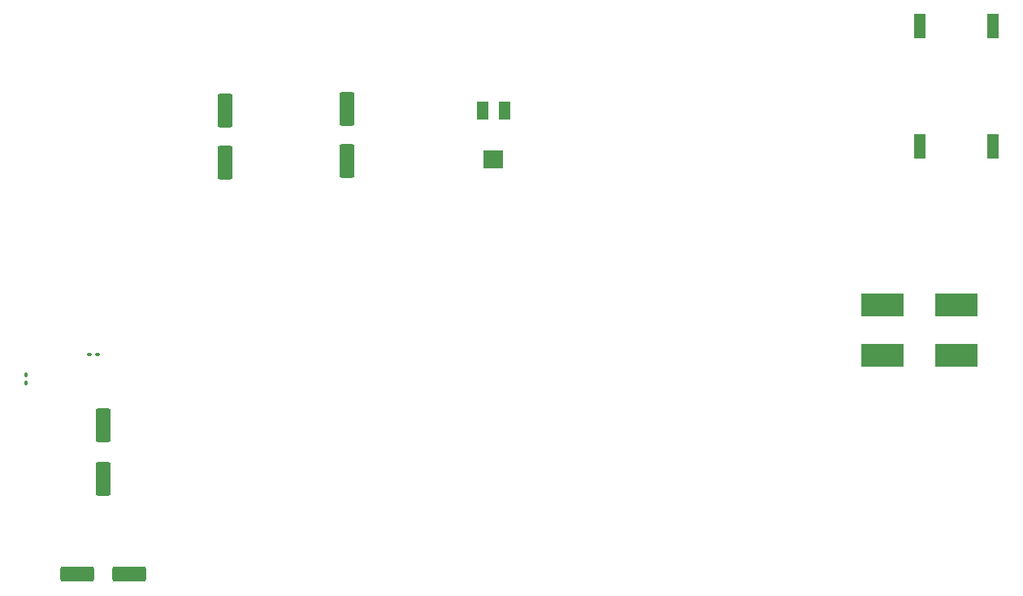
<source format=gbr>
%TF.GenerationSoftware,KiCad,Pcbnew,7.0.10*%
%TF.CreationDate,2024-05-14T18:08:24+03:00*%
%TF.ProjectId,Altamplifier,416c7461-6d70-46c6-9966-6965722e6b69,rev?*%
%TF.SameCoordinates,Original*%
%TF.FileFunction,Paste,Top*%
%TF.FilePolarity,Positive*%
%FSLAX46Y46*%
G04 Gerber Fmt 4.6, Leading zero omitted, Abs format (unit mm)*
G04 Created by KiCad (PCBNEW 7.0.10) date 2024-05-14 18:08:24*
%MOMM*%
%LPD*%
G01*
G04 APERTURE LIST*
G04 Aperture macros list*
%AMRoundRect*
0 Rectangle with rounded corners*
0 $1 Rounding radius*
0 $2 $3 $4 $5 $6 $7 $8 $9 X,Y pos of 4 corners*
0 Add a 4 corners polygon primitive as box body*
4,1,4,$2,$3,$4,$5,$6,$7,$8,$9,$2,$3,0*
0 Add four circle primitives for the rounded corners*
1,1,$1+$1,$2,$3*
1,1,$1+$1,$4,$5*
1,1,$1+$1,$6,$7*
1,1,$1+$1,$8,$9*
0 Add four rect primitives between the rounded corners*
20,1,$1+$1,$2,$3,$4,$5,0*
20,1,$1+$1,$4,$5,$6,$7,0*
20,1,$1+$1,$6,$7,$8,$9,0*
20,1,$1+$1,$8,$9,$2,$3,0*%
G04 Aperture macros list end*
%ADD10RoundRect,0.090000X0.090000X-0.139000X0.090000X0.139000X-0.090000X0.139000X-0.090000X-0.139000X0*%
%ADD11R,1.300000X1.900000*%
%ADD12R,2.000000X1.900000*%
%ADD13RoundRect,0.250000X-1.500000X-0.550000X1.500000X-0.550000X1.500000X0.550000X-1.500000X0.550000X0*%
%ADD14R,1.200000X2.500000*%
%ADD15R,4.400000X2.400000*%
%ADD16RoundRect,0.250000X-0.550000X1.500000X-0.550000X-1.500000X0.550000X-1.500000X0.550000X1.500000X0*%
%ADD17RoundRect,0.250000X0.550000X-1.500000X0.550000X1.500000X-0.550000X1.500000X-0.550000X-1.500000X0*%
%ADD18RoundRect,0.090000X0.139000X0.090000X-0.139000X0.090000X-0.139000X-0.090000X0.139000X-0.090000X0*%
G04 APERTURE END LIST*
D10*
%TO.C,R1*%
X78307500Y-66472500D03*
X78307500Y-65607500D03*
%TD*%
D11*
%TO.C,RV1*%
X128150000Y-38090000D03*
D12*
X127000000Y-43190000D03*
D11*
X125850000Y-38090000D03*
%TD*%
D13*
%TO.C,C2*%
X83660000Y-86360000D03*
X89060000Y-86360000D03*
%TD*%
D14*
%TO.C,SW1*%
X171450000Y-29310000D03*
X171450000Y-41810000D03*
X179070000Y-29310000D03*
X179070000Y-41810000D03*
%TD*%
D15*
%TO.C,D1*%
X167560000Y-63560000D03*
X175260000Y-63560000D03*
X175260000Y-58360000D03*
X167560000Y-58360000D03*
%TD*%
D16*
%TO.C,C3*%
X111760000Y-37940000D03*
X111760000Y-43340000D03*
%TD*%
%TO.C,C6*%
X86360000Y-70860000D03*
X86360000Y-76460000D03*
%TD*%
D17*
%TO.C,C4*%
X99060000Y-43500000D03*
X99060000Y-38100000D03*
%TD*%
D18*
%TO.C,R2*%
X85760000Y-63500000D03*
X84895000Y-63500000D03*
%TD*%
M02*

</source>
